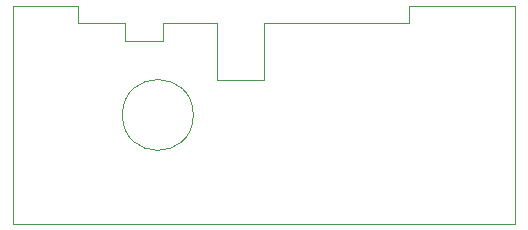
<source format=gbr>
%TF.GenerationSoftware,KiCad,Pcbnew,9.0.5*%
%TF.CreationDate,2025-10-23T12:45:05+01:00*%
%TF.ProjectId,Rotary Encoder,526f7461-7279-4204-956e-636f6465722e,rev?*%
%TF.SameCoordinates,Original*%
%TF.FileFunction,Profile,NP*%
%FSLAX46Y46*%
G04 Gerber Fmt 4.6, Leading zero omitted, Abs format (unit mm)*
G04 Created by KiCad (PCBNEW 9.0.5) date 2025-10-23 12:45:05*
%MOMM*%
%LPD*%
G01*
G04 APERTURE LIST*
%TA.AperFunction,Profile*%
%ADD10C,0.050000*%
%TD*%
G04 APERTURE END LIST*
D10*
X109000000Y-126500000D02*
X109000000Y-108000000D01*
X109000000Y-108000000D02*
X114500000Y-108000000D01*
X126250000Y-109500000D02*
X126250000Y-114250000D01*
X118500000Y-109500000D02*
X118500000Y-111000000D01*
X130250000Y-114250000D02*
X130250000Y-109500000D01*
X130250000Y-109500000D02*
X142500000Y-109500000D01*
X151500000Y-126500000D02*
X109000000Y-126500000D01*
X126250000Y-114250000D02*
X130250000Y-114250000D01*
X142500000Y-109500000D02*
X142500000Y-108000000D01*
X121750000Y-111000000D02*
X121750000Y-109500000D01*
X114500000Y-109500000D02*
X118500000Y-109500000D01*
X118500000Y-111000000D02*
X121750000Y-111000000D01*
X121750000Y-109500000D02*
X126250000Y-109500000D01*
X114500000Y-108000000D02*
X114500000Y-109500000D01*
X124276079Y-117250000D02*
G75*
G02*
X118276079Y-117250000I-3000000J0D01*
G01*
X118276079Y-117250000D02*
G75*
G02*
X124276079Y-117250000I3000000J0D01*
G01*
X151500000Y-108000000D02*
X151500000Y-126500000D01*
X142500000Y-108000000D02*
X151500000Y-108000000D01*
M02*

</source>
